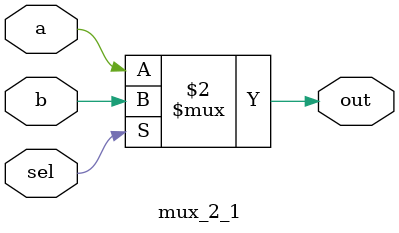
<source format=v>
module mux_2_1(a,b,sel,out);
input a,b,sel;
output out;
assign out=(sel==1'b0)?a:b;
endmodule

</source>
